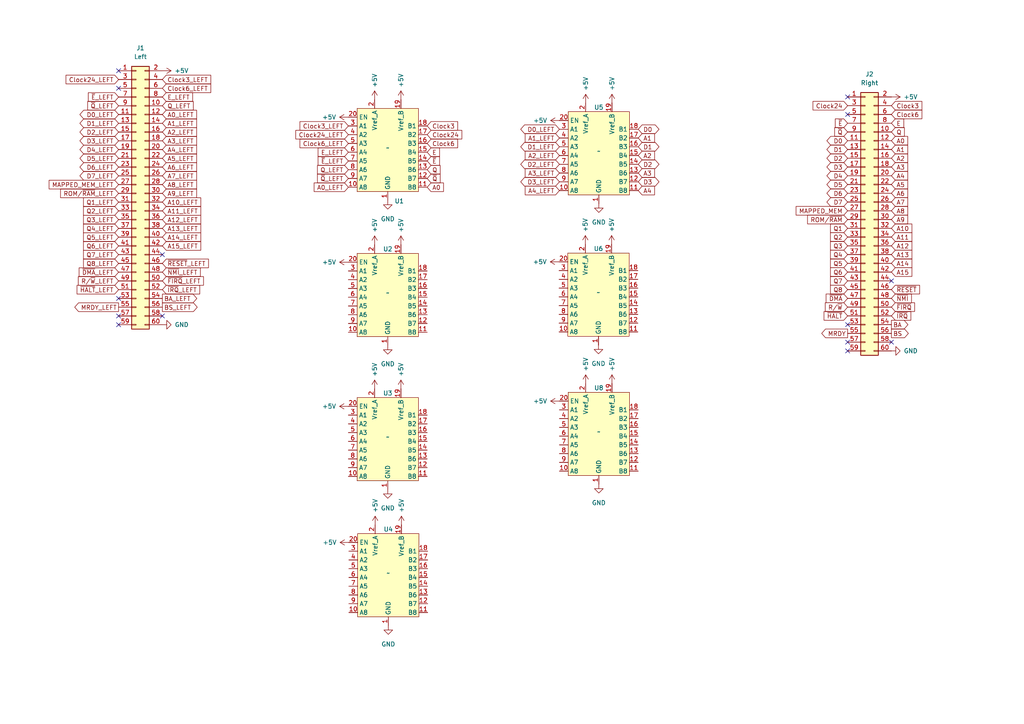
<source format=kicad_sch>
(kicad_sch (version 20230121) (generator eeschema)
  (paper "A4")
  (title_block (title "HD6309 SBC Backplane Link") (date "2023-04-24") (rev "Revision 1"))
  (lib_symbols
    (symbol "Connector_Generic:Conn_02x30_Odd_Even" (pin_names (offset 1.016) hide)
      (property "Reference" "J" (at 1.27 38.1 0))
      (property "Value" "Conn_02x30_Odd_Even" (at 1.27 -40.64 0))
      (symbol "Conn_02x30_Odd_Even_1_1"
        (rectangle (start -1.27 -37.973) (end 0 -38.227) (stroke (width 0.1524)))
        (rectangle (start -1.27 -35.433) (end 0 -35.687) (stroke (width 0.1524)))
        (rectangle (start -1.27 -32.893) (end 0 -33.147) (stroke (width 0.1524)))
        (rectangle (start -1.27 -30.353) (end 0 -30.607) (stroke (width 0.1524)))
        (rectangle (start -1.27 -27.813) (end 0 -28.067) (stroke (width 0.1524)))
        (rectangle (start -1.27 -25.273) (end 0 -25.527) (stroke (width 0.1524)))
        (rectangle (start -1.27 -22.733) (end 0 -22.987) (stroke (width 0.1524)))
        (rectangle (start -1.27 -20.193) (end 0 -20.447) (stroke (width 0.1524)))
        (rectangle (start -1.27 -17.653) (end 0 -17.907) (stroke (width 0.1524)))
        (rectangle (start -1.27 -15.113) (end 0 -15.367) (stroke (width 0.1524)))
        (rectangle (start -1.27 -12.573) (end 0 -12.827) (stroke (width 0.1524)))
        (rectangle (start -1.27 -10.033) (end 0 -10.287) (stroke (width 0.1524)))
        (rectangle (start -1.27 -7.493) (end 0 -7.747) (stroke (width 0.1524)))
        (rectangle (start -1.27 -4.953) (end 0 -5.207) (stroke (width 0.1524)))
        (rectangle (start -1.27 -2.413) (end 0 -2.667) (stroke (width 0.1524)))
        (rectangle (start -1.27 0.127) (end 0 -0.127) (stroke (width 0.1524)))
        (rectangle (start -1.27 2.667) (end 0 2.413) (stroke (width 0.1524)))
        (rectangle (start -1.27 5.207) (end 0 4.953) (stroke (width 0.1524)))
        (rectangle (start -1.27 7.747) (end 0 7.493) (stroke (width 0.1524)))
        (rectangle (start -1.27 10.287) (end 0 10.033) (stroke (width 0.1524)))
        (rectangle (start -1.27 12.827) (end 0 12.573) (stroke (width 0.1524)))
        (rectangle (start -1.27 15.367) (end 0 15.113) (stroke (width 0.1524)))
        (rectangle (start -1.27 17.907) (end 0 17.653) (stroke (width 0.1524)))
        (rectangle (start -1.27 20.447) (end 0 20.193) (stroke (width 0.1524)))
        (rectangle (start -1.27 22.987) (end 0 22.733) (stroke (width 0.1524)))
        (rectangle (start -1.27 25.527) (end 0 25.273) (stroke (width 0.1524)))
        (rectangle (start -1.27 28.067) (end 0 27.813) (stroke (width 0.1524)))
        (rectangle (start -1.27 30.607) (end 0 30.353) (stroke (width 0.1524)))
        (rectangle (start -1.27 33.147) (end 0 32.893) (stroke (width 0.1524)))
        (rectangle (start -1.27 35.687) (end 0 35.433) (stroke (width 0.1524)))
        (rectangle (start -1.27 36.83) (end 3.81 -39.37) (stroke (width 0.254)) (fill (type background)))
        (rectangle (start 3.81 -37.973) (end 2.54 -38.227) (stroke (width 0.1524)))
        (rectangle (start 3.81 -35.433) (end 2.54 -35.687) (stroke (width 0.1524)))
        (rectangle (start 3.81 -32.893) (end 2.54 -33.147) (stroke (width 0.1524)))
        (rectangle (start 3.81 -30.353) (end 2.54 -30.607) (stroke (width 0.1524)))
        (rectangle (start 3.81 -27.813) (end 2.54 -28.067) (stroke (width 0.1524)))
        (rectangle (start 3.81 -25.273) (end 2.54 -25.527) (stroke (width 0.1524)))
        (rectangle (start 3.81 -22.733) (end 2.54 -22.987) (stroke (width 0.1524)))
        (rectangle (start 3.81 -20.193) (end 2.54 -20.447) (stroke (width 0.1524)))
        (rectangle (start 3.81 -17.653) (end 2.54 -17.907) (stroke (width 0.1524)))
        (rectangle (start 3.81 -15.113) (end 2.54 -15.367) (stroke (width 0.1524)))
        (rectangle (start 3.81 -12.573) (end 2.54 -12.827) (stroke (width 0.1524)))
        (rectangle (start 3.81 -10.033) (end 2.54 -10.287) (stroke (width 0.1524)))
        (rectangle (start 3.81 -7.493) (end 2.54 -7.747) (stroke (width 0.1524)))
        (rectangle (start 3.81 -4.953) (end 2.54 -5.207) (stroke (width 0.1524)))
        (rectangle (start 3.81 -2.413) (end 2.54 -2.667) (stroke (width 0.1524)))
        (rectangle (start 3.81 0.127) (end 2.54 -0.127) (stroke (width 0.1524)))
        (rectangle (start 3.81 2.667) (end 2.54 2.413) (stroke (width 0.1524)))
        (rectangle (start 3.81 5.207) (end 2.54 4.953) (stroke (width 0.1524)))
        (rectangle (start 3.81 7.747) (end 2.54 7.493) (stroke (width 0.1524)))
        (rectangle (start 3.81 10.287) (end 2.54 10.033) (stroke (width 0.1524)))
        (rectangle (start 3.81 12.827) (end 2.54 12.573) (stroke (width 0.1524)))
        (rectangle (start 3.81 15.367) (end 2.54 15.113) (stroke (width 0.1524)))
        (rectangle (start 3.81 17.907) (end 2.54 17.653) (stroke (width 0.1524)))
        (rectangle (start 3.81 20.447) (end 2.54 20.193) (stroke (width 0.1524)))
        (rectangle (start 3.81 22.987) (end 2.54 22.733) (stroke (width 0.1524)))
        (rectangle (start 3.81 25.527) (end 2.54 25.273) (stroke (width 0.1524)))
        (rectangle (start 3.81 28.067) (end 2.54 27.813) (stroke (width 0.1524)))
        (rectangle (start 3.81 30.607) (end 2.54 30.353) (stroke (width 0.1524)))
        (rectangle (start 3.81 33.147) (end 2.54 32.893) (stroke (width 0.1524)))
        (rectangle (start 3.81 35.687) (end 2.54 35.433) (stroke (width 0.1524)))
        (pin passive line (at -5.08 35.56 0) (length 3.81) (name "Pin_1") (number "1"))
        (pin passive line (at 7.62 25.4 180) (length 3.81) (name "Pin_10") (number "10"))
        (pin passive line (at -5.08 22.86 0) (length 3.81) (name "Pin_11") (number "11"))
        (pin passive line (at 7.62 22.86 180) (length 3.81) (name "Pin_12") (number "12"))
        (pin passive line (at -5.08 20.32 0) (length 3.81) (name "Pin_13") (number "13"))
        (pin passive line (at 7.62 20.32 180) (length 3.81) (name "Pin_14") (number "14"))
        (pin passive line (at -5.08 17.78 0) (length 3.81) (name "Pin_15") (number "15"))
        (pin passive line (at 7.62 17.78 180) (length 3.81) (name "Pin_16") (number "16"))
        (pin passive line (at -5.08 15.24 0) (length 3.81) (name "Pin_17") (number "17"))
        (pin passive line (at 7.62 15.24 180) (length 3.81) (name "Pin_18") (number "18"))
        (pin passive line (at -5.08 12.7 0) (length 3.81) (name "Pin_19") (number "19"))
        (pin passive line (at 7.62 35.56 180) (length 3.81) (name "Pin_2") (number "2"))
        (pin passive line (at 7.62 12.7 180) (length 3.81) (name "Pin_20") (number "20"))
        (pin passive line (at -5.08 10.16 0) (length 3.81) (name "Pin_21") (number "21"))
        (pin passive line (at 7.62 10.16 180) (length 3.81) (name "Pin_22") (number "22"))
        (pin passive line (at -5.08 7.62 0) (length 3.81) (name "Pin_23") (number "23"))
        (pin passive line (at 7.62 7.62 180) (length 3.81) (name "Pin_24") (number "24"))
        (pin passive line (at -5.08 5.08 0) (length 3.81) (name "Pin_25") (number "25"))
        (pin passive line (at 7.62 5.08 180) (length 3.81) (name "Pin_26") (number "26"))
        (pin passive line (at -5.08 2.54 0) (length 3.81) (name "Pin_27") (number "27"))
        (pin passive line (at 7.62 2.54 180) (length 3.81) (name "Pin_28") (number "28"))
        (pin passive line (at -5.08 0 0) (length 3.81) (name "Pin_29") (number "29"))
        (pin passive line (at -5.08 33.02 0) (length 3.81) (name "Pin_3") (number "3"))
        (pin passive line (at 7.62 0 180) (length 3.81) (name "Pin_30") (number "30"))
        (pin passive line (at -5.08 -2.54 0) (length 3.81) (name "Pin_31") (number "31"))
        (pin passive line (at 7.62 -2.54 180) (length 3.81) (name "Pin_32") (number "32"))
        (pin passive line (at -5.08 -5.08 0) (length 3.81) (name "Pin_33") (number "33"))
        (pin passive line (at 7.62 -5.08 180) (length 3.81) (name "Pin_34") (number "34"))
        (pin passive line (at -5.08 -7.62 0) (length 3.81) (name "Pin_35") (number "35"))
        (pin passive line (at 7.62 -7.62 180) (length 3.81) (name "Pin_36") (number "36"))
        (pin passive line (at -5.08 -10.16 0) (length 3.81) (name "Pin_37") (number "37"))
        (pin passive line (at 7.62 -10.16 180) (length 3.81) (name "Pin_38") (number "38"))
        (pin passive line (at -5.08 -12.7 0) (length 3.81) (name "Pin_39") (number "39"))
        (pin passive line (at 7.62 33.02 180) (length 3.81) (name "Pin_4") (number "4"))
        (pin passive line (at 7.62 -12.7 180) (length 3.81) (name "Pin_40") (number "40"))
        (pin passive line (at -5.08 -15.24 0) (length 3.81) (name "Pin_41") (number "41"))
        (pin passive line (at 7.62 -15.24 180) (length 3.81) (name "Pin_42") (number "42"))
        (pin passive line (at -5.08 -17.78 0) (length 3.81) (name "Pin_43") (number "43"))
        (pin passive line (at 7.62 -17.78 180) (length 3.81) (name "Pin_44") (number "44"))
        (pin passive line (at -5.08 -20.32 0) (length 3.81) (name "Pin_45") (number "45"))
        (pin passive line (at 7.62 -20.32 180) (length 3.81) (name "Pin_46") (number "46"))
        (pin passive line (at -5.08 -22.86 0) (length 3.81) (name "Pin_47") (number "47"))
        (pin passive line (at 7.62 -22.86 180) (length 3.81) (name "Pin_48") (number "48"))
        (pin passive line (at -5.08 -25.4 0) (length 3.81) (name "Pin_49") (number "49"))
        (pin passive line (at -5.08 30.48 0) (length 3.81) (name "Pin_5") (number "5"))
        (pin passive line (at 7.62 -25.4 180) (length 3.81) (name "Pin_50") (number "50"))
        (pin passive line (at -5.08 -27.94 0) (length 3.81) (name "Pin_51") (number "51"))
        (pin passive line (at 7.62 -27.94 180) (length 3.81) (name "Pin_52") (number "52"))
        (pin passive line (at -5.08 -30.48 0) (length 3.81) (name "Pin_53") (number "53"))
        (pin passive line (at 7.62 -30.48 180) (length 3.81) (name "Pin_54") (number "54"))
        (pin passive line (at -5.08 -33.02 0) (length 3.81) (name "Pin_55") (number "55"))
        (pin passive line (at 7.62 -33.02 180) (length 3.81) (name "Pin_56") (number "56"))
        (pin passive line (at -5.08 -35.56 0) (length 3.81) (name "Pin_57") (number "57"))
        (pin passive line (at 7.62 -35.56 180) (length 3.81) (name "Pin_58") (number "58"))
        (pin passive line (at -5.08 -38.1 0) (length 3.81) (name "Pin_59") (number "59"))
        (pin passive line (at 7.62 30.48 180) (length 3.81) (name "Pin_6") (number "6"))
        (pin passive line (at 7.62 -38.1 180) (length 3.81) (name "Pin_60") (number "60"))
        (pin passive line (at -5.08 27.94 0) (length 3.81) (name "Pin_7") (number "7"))
        (pin passive line (at 7.62 27.94 180) (length 3.81) (name "Pin_8") (number "8"))
        (pin passive line (at -5.08 25.4 0) (length 3.81) (name "Pin_9") (number "9"))
      )
    )
    (symbol "TI_LSF0108:LSF0108"
      (property "Reference" "U" (at 0 12.7 0))
      (symbol "LSF0108_0_1"
        (rectangle (start -8.89 11.43) (end 8.89 -12.7) (fill (type background)))
      )
      (symbol "LSF0108_1_1"
        (pin passive line (at 0 -15.24 90) (length 2.54) (name "GND") (number "1"))
        (pin passive line (at -11.43 -11.43 0) (length 2.54) (name "A8") (number "10"))
        (pin passive line (at 11.43 -11.43 180) (length 2.54) (name "B8") (number "11"))
        (pin passive line (at 11.43 -8.89 180) (length 2.54) (name "B7") (number "12"))
        (pin passive line (at 11.43 -6.35 180) (length 2.54) (name "B6") (number "13"))
        (pin passive line (at 11.43 -3.81 180) (length 2.54) (name "B5") (number "14"))
        (pin passive line (at 11.43 -1.27 180) (length 2.54) (name "B4") (number "15"))
        (pin passive line (at 11.43 1.27 180) (length 2.54) (name "B3") (number "16"))
        (pin passive line (at 11.43 3.81 180) (length 2.54) (name "B2") (number "17"))
        (pin passive line (at 11.43 6.35 180) (length 2.54) (name "B1") (number "18"))
        (pin passive line (at 3.81 13.97 270) (length 2.54) (name "Vref_B") (number "19"))
        (pin passive line (at -3.81 13.97 270) (length 2.54) (name "Vref_A") (number "2"))
        (pin passive line (at -11.43 8.89 0) (length 2.54) (name "EN") (number "20"))
        (pin passive line (at -11.43 6.35 0) (length 2.54) (name "A1") (number "3"))
        (pin passive line (at -11.43 3.81 0) (length 2.54) (name "A2") (number "4"))
        (pin passive line (at -11.43 1.27 0) (length 2.54) (name "A3") (number "5"))
        (pin passive line (at -11.43 -1.27 0) (length 2.54) (name "A4") (number "6"))
        (pin passive line (at -11.43 -3.81 0) (length 2.54) (name "A5") (number "7"))
        (pin passive line (at -11.43 -6.35 0) (length 2.54) (name "A6") (number "8"))
        (pin passive line (at -11.43 -8.89 0) (length 2.54) (name "A7") (number "9"))
      )
    )
    (symbol "power:+5V" (power) (pin_names (offset 0))
      (property "Value" "+5V" (at 0 3.556 0))
      (symbol "+5V_0_1"
        (polyline (pts (xy -0.762 1.27) (xy 0 2.54)))
        (polyline (pts (xy 0 0) (xy 0 2.54)))
        (polyline (pts (xy 0 2.54) (xy 0.762 1.27)))
      )
      (symbol "+5V_1_1"
        (pin power_in line (at 0 0 90) (length 0) hide (name "+5V") (number "1"))
      )
    )
    (symbol "power:GND" (power) (pin_names (offset 0))
      (property "Value" "GND" (at 0 -3.81 0))
      (symbol "GND_0_1"
        (polyline (pts (xy 0 0) (xy 0 -1.27) (xy 1.27 -1.27) (xy 0 -2.54) (xy -1.27 -1.27) (xy 0 -1.27)))
      )
      (symbol "GND_1_1"
        (pin power_in line (at 0 0 270) (length 0) hide (name "GND") (number "1"))
      )
    )
  )
  (no_connect (at 34.3916 20.5232))
  (no_connect (at 245.8466 28.1178))
  (no_connect (at 34.3916 86.5632))
  (no_connect (at 245.8466 99.2378))
  (no_connect (at 34.3916 25.6032))
  (no_connect (at 47.0916 91.6432))
  (no_connect (at 34.3916 91.6432))
  (no_connect (at 34.3916 94.1832))
  (no_connect (at 245.8466 94.1578))
  (no_connect (at 245.8466 33.1978))
  (no_connect (at 47.0916 73.8632))
  (no_connect (at 258.5466 81.4578))
  (no_connect (at 258.5466 99.2378))
  (no_connect (at 245.8466 101.7778))
  (global_label "Clock6" (shape input) (at 258.5466 33.1978 0) (property "Intersheetrefs" "${INTERSHEET_REFS}" (effects hide)))
  (global_label "A0_LEFT" (shape input) (at 47.0916 33.2232 0) (property "Intersheetrefs" "${INTERSHEET_REFS}" (effects hide)))
  (global_label "Q3_LEFT" (shape input) (at 34.3916 63.7032 180) (property "Intersheetrefs" "${INTERSHEET_REFS}" (effects hide)))
  (global_label "Clock3" (shape input) (at 258.5466 30.6578 0) (property "Intersheetrefs" "${INTERSHEET_REFS}" (effects hide)))
  (global_label "A3" (shape input) (at 258.5466 48.4378 0) (property "Intersheetrefs" "${INTERSHEET_REFS}" (effects hide)))
  (global_label "D3" (shape bidirectional) (at 185.1152 52.7304 0) (property "Intersheetrefs" "${INTERSHEET_REFS}" (effects hide)))
  (global_label "D3_LEFT" (shape bidirectional) (at 162.2552 52.7304 180) (property "Intersheetrefs" "${INTERSHEET_REFS}" (effects hide)))
  (global_label "A15_LEFT" (shape input) (at 47.0916 71.3232 0) (property "Intersheetrefs" "${INTERSHEET_REFS}" (effects hide)))
  (global_label "~{Q}_LEFT" (shape input) (at 34.3916 30.6832 180) (property "Intersheetrefs" "${INTERSHEET_REFS}" (effects hide)))
  (global_label "D2_LEFT" (shape bidirectional) (at 162.2552 47.6504 180) (property "Intersheetrefs" "${INTERSHEET_REFS}" (effects hide)))
  (global_label "D3" (shape bidirectional) (at 245.8466 48.4378 180) (property "Intersheetrefs" "${INTERSHEET_REFS}" (effects hide)))
  (global_label "ROM{slash}~{RAM}" (shape input) (at 245.8466 63.6778 180) (property "Intersheetrefs" "${INTERSHEET_REFS}" (effects hide)))
  (global_label "Clock6_LEFT" (shape input) (at 47.0916 25.6032 0) (property "Intersheetrefs" "${INTERSHEET_REFS}" (effects hide)))
  (global_label "A8_LEFT" (shape input) (at 47.0916 53.5432 0) (property "Intersheetrefs" "${INTERSHEET_REFS}" (effects hide)))
  (global_label "MRDY" (shape output) (at 245.8466 96.6978 180) (property "Intersheetrefs" "${INTERSHEET_REFS}" (effects hide)))
  (global_label "Q" (shape input) (at 123.9012 49.2252 0) (property "Intersheetrefs" "${INTERSHEET_REFS}" (effects hide)))
  (global_label "Clock3_LEFT" (shape input) (at 101.0412 36.5252 180) (property "Intersheetrefs" "${INTERSHEET_REFS}" (effects hide)))
  (global_label "A0_LEFT" (shape input) (at 101.0412 54.3052 180) (property "Intersheetrefs" "${INTERSHEET_REFS}" (effects hide)))
  (global_label "A6_LEFT" (shape input) (at 47.0916 48.4632 0) (property "Intersheetrefs" "${INTERSHEET_REFS}" (effects hide)))
  (global_label "BA" (shape output) (at 258.5466 94.1578 0) (property "Intersheetrefs" "${INTERSHEET_REFS}" (effects hide)))
  (global_label "A4" (shape input) (at 185.1152 55.2704 0) (property "Intersheetrefs" "${INTERSHEET_REFS}" (effects hide)))
  (global_label "Clock6" (shape input) (at 123.9012 41.6052 0) (property "Intersheetrefs" "${INTERSHEET_REFS}" (effects hide)))
  (global_label "A0" (shape input) (at 258.5466 40.8178 0) (property "Intersheetrefs" "${INTERSHEET_REFS}" (effects hide)))
  (global_label "D1" (shape bidirectional) (at 245.8466 43.3578 180) (property "Intersheetrefs" "${INTERSHEET_REFS}" (effects hide)))
  (global_label "Q5" (shape input) (at 245.8466 76.3778 180) (property "Intersheetrefs" "${INTERSHEET_REFS}" (effects hide)))
  (global_label "D5_LEFT" (shape bidirectional) (at 34.3916 45.9232 180) (property "Intersheetrefs" "${INTERSHEET_REFS}" (effects hide)))
  (global_label "~{Q}_LEFT" (shape input) (at 101.0412 51.7652 180) (property "Intersheetrefs" "${INTERSHEET_REFS}" (effects hide)))
  (global_label "A1_LEFT" (shape input) (at 47.0916 35.7632 0) (property "Intersheetrefs" "${INTERSHEET_REFS}" (effects hide)))
  (global_label "~{E}_LEFT" (shape input) (at 34.3916 28.1432 180) (property "Intersheetrefs" "${INTERSHEET_REFS}" (effects hide)))
  (global_label "~{DMA}_LEFT" (shape input) (at 34.3916 78.9432 180) (property "Intersheetrefs" "${INTERSHEET_REFS}" (effects hide)))
  (global_label "~{NMI}_LEFT" (shape input) (at 47.0916 78.9432 0) (property "Intersheetrefs" "${INTERSHEET_REFS}" (effects hide)))
  (global_label "A9" (shape input) (at 258.5466 63.6778 0) (property "Intersheetrefs" "${INTERSHEET_REFS}" (effects hide)))
  (global_label "Q" (shape input) (at 258.5466 38.2778 0) (property "Intersheetrefs" "${INTERSHEET_REFS}" (effects hide)))
  (global_label "Q6_LEFT" (shape input) (at 34.3916 71.3232 180) (property "Intersheetrefs" "${INTERSHEET_REFS}" (effects hide)))
  (global_label "~{RESET}" (shape input) (at 258.5466 83.9978 0) (property "Intersheetrefs" "${INTERSHEET_REFS}" (effects hide)))
  (global_label "Q5_LEFT" (shape input) (at 34.3916 68.7832 180) (property "Intersheetrefs" "${INTERSHEET_REFS}" (effects hide)))
  (global_label "BS_LEFT" (shape output) (at 47.0916 89.1032 0) (property "Intersheetrefs" "${INTERSHEET_REFS}" (effects hide)))
  (global_label "R{slash}~{W}_LEFT" (shape input) (at 34.3916 81.4832 180) (property "Intersheetrefs" "${INTERSHEET_REFS}" (effects hide)))
  (global_label "~{DMA}" (shape input) (at 245.8466 86.5378 180) (property "Intersheetrefs" "${INTERSHEET_REFS}" (effects hide)))
  (global_label "~{FIRQ}_LEFT" (shape input) (at 47.0916 81.4832 0) (property "Intersheetrefs" "${INTERSHEET_REFS}" (effects hide)))
  (global_label "A15" (shape input) (at 258.5466 78.9178 0) (property "Intersheetrefs" "${INTERSHEET_REFS}" (effects hide)))
  (global_label "D6" (shape bidirectional) (at 245.8466 56.0578 180) (property "Intersheetrefs" "${INTERSHEET_REFS}" (effects hide)))
  (global_label "A3" (shape input) (at 185.1152 50.1904 0) (property "Intersheetrefs" "${INTERSHEET_REFS}" (effects hide)))
  (global_label "D7_LEFT" (shape bidirectional) (at 34.3916 51.0032 180) (property "Intersheetrefs" "${INTERSHEET_REFS}" (effects hide)))
  (global_label "~{E}" (shape input) (at 245.8466 35.7378 180) (property "Intersheetrefs" "${INTERSHEET_REFS}" (effects hide)))
  (global_label "Clock3" (shape input) (at 123.9012 36.5252 0) (property "Intersheetrefs" "${INTERSHEET_REFS}" (effects hide)))
  (global_label "A3_LEFT" (shape input) (at 47.0916 40.8432 0) (property "Intersheetrefs" "${INTERSHEET_REFS}" (effects hide)))
  (global_label "Clock24" (shape input) (at 245.8466 30.6578 180) (property "Intersheetrefs" "${INTERSHEET_REFS}" (effects hide)))
  (global_label "A4" (shape input) (at 258.5466 50.9778 0) (property "Intersheetrefs" "${INTERSHEET_REFS}" (effects hide)))
  (global_label "A1" (shape input) (at 258.5466 43.3578 0) (property "Intersheetrefs" "${INTERSHEET_REFS}" (effects hide)))
  (global_label "ROM{slash}~{RAM}_LEFT" (shape input) (at 34.3916 56.0832 180) (property "Intersheetrefs" "${INTERSHEET_REFS}" (effects hide)))
  (global_label "E" (shape input) (at 123.9012 44.1452 0) (property "Intersheetrefs" "${INTERSHEET_REFS}" (effects hide)))
  (global_label "A13" (shape input) (at 258.5466 73.8378 0) (property "Intersheetrefs" "${INTERSHEET_REFS}" (effects hide)))
  (global_label "A14_LEFT" (shape input) (at 47.0916 68.7832 0) (property "Intersheetrefs" "${INTERSHEET_REFS}" (effects hide)))
  (global_label "A11_LEFT" (shape input) (at 47.0916 61.1632 0) (property "Intersheetrefs" "${INTERSHEET_REFS}" (effects hide)))
  (global_label "~{IRQ}_LEFT" (shape input) (at 47.0916 84.0232 0) (property "Intersheetrefs" "${INTERSHEET_REFS}" (effects hide)))
  (global_label "A9_LEFT" (shape input) (at 47.0916 56.0832 0) (property "Intersheetrefs" "${INTERSHEET_REFS}" (effects hide)))
  (global_label "D6_LEFT" (shape bidirectional) (at 34.3916 48.4632 180) (property "Intersheetrefs" "${INTERSHEET_REFS}" (effects hide)))
  (global_label "A8" (shape input) (at 258.5466 61.1378 0) (property "Intersheetrefs" "${INTERSHEET_REFS}" (effects hide)))
  (global_label "Q2_LEFT" (shape input) (at 34.3916 61.1632 180) (property "Intersheetrefs" "${INTERSHEET_REFS}" (effects hide)))
  (global_label "A2_LEFT" (shape input) (at 47.0916 38.3032 0) (property "Intersheetrefs" "${INTERSHEET_REFS}" (effects hide)))
  (global_label "Q4" (shape input) (at 245.8466 73.8378 180) (property "Intersheetrefs" "${INTERSHEET_REFS}" (effects hide)))
  (global_label "Q6" (shape input) (at 245.8466 78.9178 180) (property "Intersheetrefs" "${INTERSHEET_REFS}" (effects hide)))
  (global_label "D0" (shape bidirectional) (at 185.1152 37.4904 0) (property "Intersheetrefs" "${INTERSHEET_REFS}" (effects hide)))
  (global_label "D0_LEFT" (shape bidirectional) (at 34.3916 33.2232 180) (property "Intersheetrefs" "${INTERSHEET_REFS}" (effects hide)))
  (global_label "D7" (shape bidirectional) (at 245.8466 58.5978 180) (property "Intersheetrefs" "${INTERSHEET_REFS}" (effects hide)))
  (global_label "Clock6_LEFT" (shape input) (at 101.0412 41.6052 180) (property "Intersheetrefs" "${INTERSHEET_REFS}" (effects hide)))
  (global_label "D5" (shape bidirectional) (at 245.8466 53.5178 180) (property "Intersheetrefs" "${INTERSHEET_REFS}" (effects hide)))
  (global_label "~{E}" (shape input) (at 123.9012 46.6852 0) (property "Intersheetrefs" "${INTERSHEET_REFS}" (effects hide)))
  (global_label "A5" (shape input) (at 258.5466 53.5178 0) (property "Intersheetrefs" "${INTERSHEET_REFS}" (effects hide)))
  (global_label "Q_LEFT" (shape input) (at 47.0916 30.6832 0) (property "Intersheetrefs" "${INTERSHEET_REFS}" (effects hide)))
  (global_label "MRDY_LEFT" (shape output) (at 34.3916 89.1032 180) (property "Intersheetrefs" "${INTERSHEET_REFS}" (effects hide)))
  (global_label "D3_LEFT" (shape bidirectional) (at 34.3916 40.8432 180) (property "Intersheetrefs" "${INTERSHEET_REFS}" (effects hide)))
  (global_label "MAPPED_MEM" (shape input) (at 245.8466 61.1378 180) (property "Intersheetrefs" "${INTERSHEET_REFS}" (effects hide)))
  (global_label "E" (shape input) (at 258.5466 35.7378 0) (property "Intersheetrefs" "${INTERSHEET_REFS}" (effects hide)))
  (global_label "A2_LEFT" (shape input) (at 162.2552 45.1104 180) (property "Intersheetrefs" "${INTERSHEET_REFS}" (effects hide)))
  (global_label "A2" (shape input) (at 258.5466 45.8978 0) (property "Intersheetrefs" "${INTERSHEET_REFS}" (effects hide)))
  (global_label "~{HALT}_LEFT" (shape input) (at 34.3916 84.0232 180) (property "Intersheetrefs" "${INTERSHEET_REFS}" (effects hide)))
  (global_label "A5_LEFT" (shape input) (at 47.0916 45.9232 0) (property "Intersheetrefs" "${INTERSHEET_REFS}" (effects hide)))
  (global_label "MAPPED_MEM_LEFT" (shape input) (at 34.3916 53.5432 180) (property "Intersheetrefs" "${INTERSHEET_REFS}" (effects hide)))
  (global_label "A4_LEFT" (shape input) (at 47.0916 43.3832 0) (property "Intersheetrefs" "${INTERSHEET_REFS}" (effects hide)))
  (global_label "~{Q}" (shape input) (at 123.9012 51.7652 0) (property "Intersheetrefs" "${INTERSHEET_REFS}" (effects hide)))
  (global_label "A13_LEFT" (shape input) (at 47.0916 66.2432 0) (property "Intersheetrefs" "${INTERSHEET_REFS}" (effects hide)))
  (global_label "~{NMI}" (shape input) (at 258.5466 86.5378 0) (property "Intersheetrefs" "${INTERSHEET_REFS}" (effects hide)))
  (global_label "A10_LEFT" (shape input) (at 47.0916 58.6232 0) (property "Intersheetrefs" "${INTERSHEET_REFS}" (effects hide)))
  (global_label "Clock24_LEFT" (shape input) (at 101.0412 39.0652 180) (property "Intersheetrefs" "${INTERSHEET_REFS}" (effects hide)))
  (global_label "D1_LEFT" (shape bidirectional) (at 162.2552 42.5704 180) (property "Intersheetrefs" "${INTERSHEET_REFS}" (effects hide)))
  (global_label "D2" (shape bidirectional) (at 185.1152 47.6504 0) (property "Intersheetrefs" "${INTERSHEET_REFS}" (effects hide)))
  (global_label "A7_LEFT" (shape input) (at 47.0916 51.0032 0) (property "Intersheetrefs" "${INTERSHEET_REFS}" (effects hide)))
  (global_label "~{E}_LEFT" (shape input) (at 101.0412 46.6852 180) (property "Intersheetrefs" "${INTERSHEET_REFS}" (effects hide)))
  (global_label "Q7_LEFT" (shape input) (at 34.3916 73.8632 180) (property "Intersheetrefs" "${INTERSHEET_REFS}" (effects hide)))
  (global_label "Clock3_LEFT" (shape input) (at 47.0916 23.0632 0) (property "Intersheetrefs" "${INTERSHEET_REFS}" (effects hide)))
  (global_label "D0" (shape bidirectional) (at 245.8466 40.8178 180) (property "Intersheetrefs" "${INTERSHEET_REFS}" (effects hide)))
  (global_label "A10" (shape input) (at 258.5466 66.2178 0) (property "Intersheetrefs" "${INTERSHEET_REFS}" (effects hide)))
  (global_label "Q8_LEFT" (shape input) (at 34.3916 76.4032 180) (property "Intersheetrefs" "${INTERSHEET_REFS}" (effects hide)))
  (global_label "Q3" (shape input) (at 245.8466 71.2978 180) (property "Intersheetrefs" "${INTERSHEET_REFS}" (effects hide)))
  (global_label "~{Q}" (shape input) (at 245.8466 38.2778 180) (property "Intersheetrefs" "${INTERSHEET_REFS}" (effects hide)))
  (global_label "~{IRQ}" (shape input) (at 258.5466 91.6178 0) (property "Intersheetrefs" "${INTERSHEET_REFS}" (effects hide)))
  (global_label "A2" (shape input) (at 185.1152 45.1104 0) (property "Intersheetrefs" "${INTERSHEET_REFS}" (effects hide)))
  (global_label "A14" (shape input) (at 258.5466 76.3778 0) (property "Intersheetrefs" "${INTERSHEET_REFS}" (effects hide)))
  (global_label "A0" (shape input) (at 123.9012 54.3052 0) (property "Intersheetrefs" "${INTERSHEET_REFS}" (effects hide)))
  (global_label "Q8" (shape input) (at 245.8466 83.9978 180) (property "Intersheetrefs" "${INTERSHEET_REFS}" (effects hide)))
  (global_label "Q2" (shape input) (at 245.8466 68.7578 180) (property "Intersheetrefs" "${INTERSHEET_REFS}" (effects hide)))
  (global_label "Clock24" (shape input) (at 123.9012 39.0652 0) (property "Intersheetrefs" "${INTERSHEET_REFS}" (effects hide)))
  (global_label "Q1_LEFT" (shape input) (at 34.3916 58.6232 180) (property "Intersheetrefs" "${INTERSHEET_REFS}" (effects hide)))
  (global_label "A11" (shape input) (at 258.5466 68.7578 0) (property "Intersheetrefs" "${INTERSHEET_REFS}" (effects hide)))
  (global_label "E_LEFT" (shape input) (at 101.0412 44.1452 180) (property "Intersheetrefs" "${INTERSHEET_REFS}" (effects hide)))
  (global_label "R{slash}~{W}" (shape input) (at 245.8466 89.0778 180) (property "Intersheetrefs" "${INTERSHEET_REFS}" (effects hide)))
  (global_label "Q4_LEFT" (shape input) (at 34.3916 66.2432 180) (property "Intersheetrefs" "${INTERSHEET_REFS}" (effects hide)))
  (global_label "Q7" (shape input) (at 245.8466 81.4578 180) (property "Intersheetrefs" "${INTERSHEET_REFS}" (effects hide)))
  (global_label "A7" (shape input) (at 258.5466 58.5978 0) (property "Intersheetrefs" "${INTERSHEET_REFS}" (effects hide)))
  (global_label "BS" (shape output) (at 258.5466 96.6978 0) (property "Intersheetrefs" "${INTERSHEET_REFS}" (effects hide)))
  (global_label "A12" (shape input) (at 258.5466 71.2978 0) (property "Intersheetrefs" "${INTERSHEET_REFS}" (effects hide)))
  (global_label "D0_LEFT" (shape bidirectional) (at 162.2552 37.4904 180) (property "Intersheetrefs" "${INTERSHEET_REFS}" (effects hide)))
  (global_label "D2" (shape bidirectional) (at 245.8466 45.8978 180) (property "Intersheetrefs" "${INTERSHEET_REFS}" (effects hide)))
  (global_label "D2_LEFT" (shape bidirectional) (at 34.3916 38.3032 180) (property "Intersheetrefs" "${INTERSHEET_REFS}" (effects hide)))
  (global_label "Clock24_LEFT" (shape input) (at 34.3916 23.0632 180) (property "Intersheetrefs" "${INTERSHEET_REFS}" (effects hide)))
  (global_label "~{RESET}_LEFT" (shape input) (at 47.0916 76.4032 0) (property "Intersheetrefs" "${INTERSHEET_REFS}" (effects hide)))
  (global_label "A6" (shape input) (at 258.5466 56.0578 0) (property "Intersheetrefs" "${INTERSHEET_REFS}" (effects hide)))
  (global_label "BA_LEFT" (shape output) (at 47.0916 86.5632 0) (property "Intersheetrefs" "${INTERSHEET_REFS}" (effects hide)))
  (global_label "Q1" (shape input) (at 245.8466 66.2178 180) (property "Intersheetrefs" "${INTERSHEET_REFS}" (effects hide)))
  (global_label "~{FIRQ}" (shape input) (at 258.5466 89.0778 0) (property "Intersheetrefs" "${INTERSHEET_REFS}" (effects hide)))
  (global_label "A3_LEFT" (shape input) (at 162.2552 50.1904 180) (property "Intersheetrefs" "${INTERSHEET_REFS}" (effects hide)))
  (global_label "D4" (shape bidirectional) (at 245.8466 50.9778 180) (property "Intersheetrefs" "${INTERSHEET_REFS}" (effects hide)))
  (global_label "A1_LEFT" (shape input) (at 162.2552 40.0304 180) (property "Intersheetrefs" "${INTERSHEET_REFS}" (effects hide)))
  (global_label "A12_LEFT" (shape input) (at 47.0916 63.7032 0) (property "Intersheetrefs" "${INTERSHEET_REFS}" (effects hide)))
  (global_label "A1" (shape input) (at 185.1152 40.0304 0) (property "Intersheetrefs" "${INTERSHEET_REFS}" (effects hide)))
  (global_label "A4_LEFT" (shape input) (at 162.2552 55.2704 180) (property "Intersheetrefs" "${INTERSHEET_REFS}" (effects hide)))
  (global_label "D4_LEFT" (shape bidirectional) (at 34.3916 43.3832 180) (property "Intersheetrefs" "${INTERSHEET_REFS}" (effects hide)))
  (global_label "Q_LEFT" (shape input) (at 101.0412 49.2252 180) (property "Intersheetrefs" "${INTERSHEET_REFS}" (effects hide)))
  (global_label "~{HALT}" (shape input) (at 245.8466 91.6178 180) (property "Intersheetrefs" "${INTERSHEET_REFS}" (effects hide)))
  (global_label "E_LEFT" (shape input) (at 47.0916 28.1432 0) (property "Intersheetrefs" "${INTERSHEET_REFS}" (effects hide)))
  (global_label "D1_LEFT" (shape bidirectional) (at 34.3916 35.7632 180) (property "Intersheetrefs" "${INTERSHEET_REFS}" (effects hide)))
  (global_label "D1" (shape bidirectional) (at 185.1152 42.5704 0) (property "Intersheetrefs" "${INTERSHEET_REFS}" (effects hide)))
  (symbol (lib_id "TI_LSF0108:LSF0108") (at 112.6236 166.2176 0) (unit 1)
    (property "Reference" "U4" (at 112.6236 153.5176 0))
    (property "Value" "~" (at 112.6236 166.2176 0))
    (property "Footprint" "Package_SO:TSSOP-20_4.4x6.5mm_P0.65mm" (effects hide))
  )
  (symbol (lib_id "TI_LSF0108:LSF0108") (at 112.4712 84.9376 0) (unit 1)
    (property "Reference" "U2" (at 112.4712 72.2376 0))
    (property "Value" "~" (at 112.4712 84.9376 0))
    (property "Footprint" "Package_SO:TSSOP-20_4.4x6.5mm_P0.65mm" (effects hide))
  )
  (symbol (lib_id "power:GND") (at 173.5836 100.076 0) (unit 1)
    (property "Reference" "#PWR023" (effects hide))
    (property "Value" "GND" (at 173.5836 105.4608 0))
  )
  (symbol (lib_id "power:+5V") (at 108.8136 152.2476 0) (unit 1)
    (property "Reference" "#PWR011" (effects hide))
    (property "Value" "+5V" (at 108.8136 144.6276 90) (effects (justify right)))
  )
  (symbol (lib_id "power:+5V") (at 116.2812 28.9052 0) (unit 1)
    (property "Reference" "#PWR06" (effects hide))
    (property "Value" "+5V" (at 116.2812 21.2852 90) (effects (justify right)))
  )
  (symbol (lib_id "power:+5V") (at 169.7736 70.866 0) (unit 1)
    (property "Reference" "#PWR015" (effects hide))
    (property "Value" "+5V" (at 169.7736 63.246 90) (effects (justify right)))
  )
  (symbol (lib_id "TI_LSF0108:LSF0108") (at 112.4712 42.8752 0) (unit 1)
    (property "Reference" "U1" (at 114.4271 58.3184 0) (effects (justify left)))
    (property "Value" "~" (at 112.4712 42.8752 0))
    (property "Footprint" "Package_SO:TSSOP-20_4.4x6.5mm_P0.65mm" (effects hide))
  )
  (symbol (lib_id "TI_LSF0108:LSF0108") (at 173.6852 43.8404 0) (unit 1)
    (property "Reference" "U5" (at 173.6852 31.1404 0))
    (property "Value" "~" (at 173.6852 43.8404 0))
    (property "Footprint" "Package_SO:TSSOP-20_4.4x6.5mm_P0.65mm" (effects hide))
  )
  (symbol (lib_id "TI_LSF0108:LSF0108") (at 112.4712 126.746 0) (unit 1)
    (property "Reference" "U3" (at 112.4712 114.046 0))
    (property "Value" "~" (at 112.4712 126.746 0))
    (property "Footprint" "Package_SO:TSSOP-20_4.4x6.5mm_P0.65mm" (effects hide))
  )
  (symbol (lib_id "power:+5V") (at 101.0412 117.856 90) (unit 1)
    (property "Reference" "#PWR030" (effects hide))
    (property "Value" "+5V" (at 93.4212 117.856 90) (effects (justify right)))
  )
  (symbol (lib_id "power:GND") (at 173.6852 59.0804 0) (unit 1)
    (property "Reference" "#PWR024" (effects hide))
    (property "Value" "GND" (at 173.6852 64.4652 0))
  )
  (symbol (lib_id "power:+5V") (at 169.8752 29.8704 0) (unit 1)
    (property "Reference" "#PWR013" (effects hide))
    (property "Value" "+5V" (at 169.8752 22.2504 90) (effects (justify right)))
  )
  (symbol (lib_id "power:+5V") (at 101.1936 157.3276 90) (unit 1)
    (property "Reference" "#PWR032" (effects hide))
    (property "Value" "+5V" (at 93.5736 157.3276 90) (effects (justify right)))
  )
  (symbol (lib_id "power:GND") (at 258.5466 101.7778 90) (unit 1)
    (property "Reference" "#PWR03" (effects hide))
    (property "Value" "GND" (at 262.1026 101.7777 90) (effects (justify right)))
  )
  (symbol (lib_id "power:+5V") (at 116.2812 112.776 0) (unit 1)
    (property "Reference" "#PWR010" (effects hide))
    (property "Value" "+5V" (at 116.2812 105.156 90) (effects (justify right)))
  )
  (symbol (lib_id "power:GND") (at 112.4712 141.986 0) (unit 1)
    (property "Reference" "#PWR021" (effects hide))
    (property "Value" "GND" (at 112.4712 147.3708 0))
  )
  (symbol (lib_id "power:+5V") (at 162.1536 75.946 90) (unit 1)
    (property "Reference" "#PWR029" (effects hide))
    (property "Value" "+5V" (at 154.5336 75.946 90) (effects (justify right)))
  )
  (symbol (lib_id "power:+5V") (at 169.8752 111.252 0) (unit 1)
    (property "Reference" "#PWR017" (effects hide))
    (property "Value" "+5V" (at 169.8752 103.632 90) (effects (justify right)))
  )
  (symbol (lib_id "Connector_Generic:Conn_02x30_Odd_Even") (at 39.4716 56.0832 0) (unit 1)
    (property "Reference" "J1" (at 40.7416 13.9192 0))
    (property "Value" "Left" (at 40.7416 16.4592 0))
    (property "Footprint" "Connector_PinHeader_2.54mm:PinHeader_2x30_P2.54mm_Vertical" (effects hide))
  )
  (symbol (lib_id "TI_LSF0108:LSF0108") (at 173.6852 125.222 0) (unit 1)
    (property "Reference" "U8" (at 173.6852 112.522 0))
    (property "Value" "~" (at 173.6852 125.222 0))
    (property "Footprint" "Package_SO:TSSOP-20_4.4x6.5mm_P0.65mm" (effects hide))
  )
  (symbol (lib_id "power:+5V") (at 177.4952 29.8704 0) (unit 1)
    (property "Reference" "#PWR014" (effects hide))
    (property "Value" "+5V" (at 177.4952 22.2504 90) (effects (justify right)))
  )
  (symbol (lib_id "power:+5V") (at 177.3936 70.866 0) (unit 1)
    (property "Reference" "#PWR016" (effects hide))
    (property "Value" "+5V" (at 177.3936 63.246 90) (effects (justify right)))
  )
  (symbol (lib_id "power:GND") (at 112.4712 100.1776 0) (unit 1)
    (property "Reference" "#PWR020" (effects hide))
    (property "Value" "GND" (at 112.4712 105.5624 0))
  )
  (symbol (lib_id "power:+5V") (at 47.0916 20.5232 270) (unit 1)
    (property "Reference" "#PWR02" (effects hide))
    (property "Value" "+5V" (at 54.7116 20.5232 90) (effects (justify right)))
  )
  (symbol (lib_id "power:GND") (at 112.4712 58.1152 0) (unit 1)
    (property "Reference" "#PWR019" (effects hide))
    (property "Value" "GND" (at 112.4712 63.5 0))
  )
  (symbol (lib_id "TI_LSF0108:LSF0108") (at 173.5836 84.836 0) (unit 1)
    (property "Reference" "U6" (at 173.5836 72.136 0))
    (property "Value" "~" (at 173.5836 84.836 0))
    (property "Footprint" "Package_SO:TSSOP-20_4.4x6.5mm_P0.65mm" (effects hide))
  )
  (symbol (lib_id "power:+5V") (at 116.2812 70.9676 0) (unit 1)
    (property "Reference" "#PWR08" (effects hide))
    (property "Value" "+5V" (at 116.2812 63.3476 90) (effects (justify right)))
  )
  (symbol (lib_id "power:+5V") (at 258.5466 28.1178 270) (unit 1)
    (property "Reference" "#PWR04" (effects hide))
    (property "Value" "+5V" (at 266.1666 28.1178 90) (effects (justify right)))
  )
  (symbol (lib_id "power:GND") (at 47.0916 94.1832 90) (unit 1)
    (property "Reference" "#PWR01" (effects hide))
    (property "Value" "GND" (at 50.6476 94.1831 90) (effects (justify right)))
  )
  (symbol (lib_id "power:+5V") (at 116.4336 152.2476 0) (unit 1)
    (property "Reference" "#PWR012" (effects hide))
    (property "Value" "+5V" (at 116.4336 144.6276 90) (effects (justify right)))
  )
  (symbol (lib_id "power:GND") (at 173.6852 140.462 0) (unit 1)
    (property "Reference" "#PWR022" (effects hide))
    (property "Value" "GND" (at 173.6852 145.8468 0))
  )
  (symbol (lib_id "power:+5V") (at 108.6612 112.776 0) (unit 1)
    (property "Reference" "#PWR09" (effects hide))
    (property "Value" "+5V" (at 108.6612 105.156 90) (effects (justify right)))
  )
  (symbol (lib_id "power:+5V") (at 101.0412 33.9852 90) (unit 1)
    (property "Reference" "#PWR026" (effects hide))
    (property "Value" "+5V" (at 93.4212 33.9852 90) (effects (justify right)))
  )
  (symbol (lib_id "power:+5V") (at 101.0412 76.0476 90) (unit 1)
    (property "Reference" "#PWR028" (effects hide))
    (property "Value" "+5V" (at 93.4212 76.0476 90) (effects (justify right)))
  )
  (symbol (lib_id "power:+5V") (at 108.6612 70.9676 0) (unit 1)
    (property "Reference" "#PWR07" (effects hide))
    (property "Value" "+5V" (at 108.6612 63.3476 90) (effects (justify right)))
  )
  (symbol (lib_id "power:+5V") (at 177.4952 111.252 0) (unit 1)
    (property "Reference" "#PWR018" (effects hide))
    (property "Value" "+5V" (at 177.4952 103.632 90) (effects (justify right)))
  )
  (symbol (lib_id "power:+5V") (at 108.6612 28.9052 0) (unit 1)
    (property "Reference" "#PWR05" (effects hide))
    (property "Value" "+5V" (at 108.6612 21.2852 90) (effects (justify right)))
  )
  (symbol (lib_id "Connector_Generic:Conn_02x30_Odd_Even") (at 250.9266 63.6778 0) (unit 1)
    (property "Reference" "J2" (at 252.1966 21.5138 0))
    (property "Value" "Right" (at 252.1966 24.0538 0))
    (property "Footprint" "Connector_PinHeader_2.54mm:PinHeader_2x30_P2.54mm_Vertical" (effects hide))
  )
  (symbol (lib_id "power:+5V") (at 162.2552 34.9504 90) (unit 1)
    (property "Reference" "#PWR027" (effects hide))
    (property "Value" "+5V" (at 154.6352 34.9504 90) (effects (justify right)))
  )
  (symbol (lib_id "power:+5V") (at 162.2552 116.332 90) (unit 1)
    (property "Reference" "#PWR031" (effects hide))
    (property "Value" "+5V" (at 154.6352 116.332 90) (effects (justify right)))
  )
  (symbol (lib_id "power:GND") (at 112.6236 181.4576 0) (unit 1)
    (property "Reference" "#PWR025" (effects hide))
    (property "Value" "GND" (at 112.6236 186.8424 0))
  )
)
</source>
